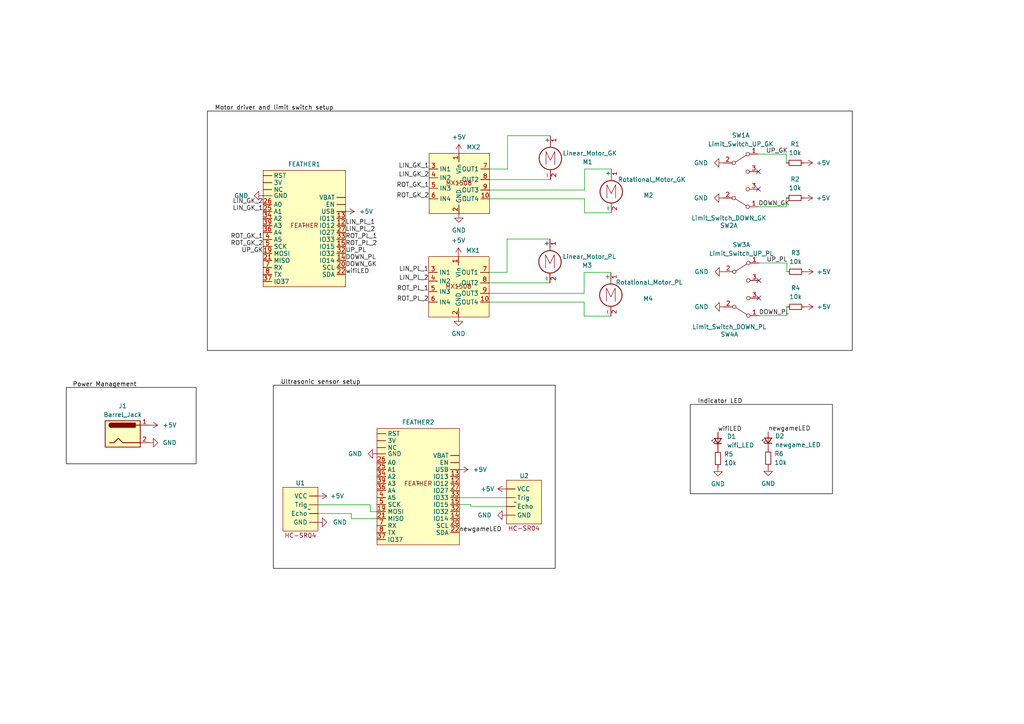
<source format=kicad_sch>
(kicad_sch (version 20230121) (generator eeschema)
  (paper "A4")
  (lib_symbols
    (symbol "Connector:Barrel_Jack" (pin_names (offset 1.016))
      (property "Reference" "J" (at 0 5.334 0))
      (property "Value" "Barrel_Jack" (at 0 -5.08 0))
      (symbol "Barrel_Jack_0_1"
        (rectangle (start -5.08 3.81) (end 5.08 -3.81) (stroke (width 0.254)) (fill (type background)))
        (arc (start -3.302 3.175) (mid -3.9343 2.54) (end -3.302 1.905) (stroke (width 0.254)))
        (arc (start -3.302 3.175) (mid -3.9343 2.54) (end -3.302 1.905) (stroke (width 0.254)) (fill (type outline)))
        (polyline (pts (xy 5.08 2.54) (xy 3.81 2.54)) (stroke (width 0.254)))
        (polyline (pts (xy -3.81 -2.54) (xy -2.54 -2.54) (xy -1.27 -1.27) (xy 0 -2.54) (xy 2.54 -2.54) (xy 5.08 -2.54)) (stroke (width 0.254)))
        (rectangle (start 3.683 3.175) (end -3.302 1.905) (stroke (width 0.254)) (fill (type outline)))
      )
      (symbol "Barrel_Jack_1_1"
        (pin passive line (at 7.62 2.54 180) (length 2.54) (name "~") (number "1"))
        (pin passive line (at 7.62 -2.54 180) (length 2.54) (name "~") (number "2"))
      )
    )
    (symbol "Device:LED_Small" (pin_numbers hide) (pin_names (offset 0.254) hide)
      (property "Reference" "D" (at -1.27 3.175 0))
      (property "Value" "LED_Small" (at -4.445 -2.54 0))
      (symbol "LED_Small_0_1"
        (polyline (pts (xy -0.762 -1.016) (xy -0.762 1.016)) (stroke (width 0.254)))
        (polyline (pts (xy 1.016 0) (xy -0.762 0)))
        (polyline (pts (xy 0.762 -1.016) (xy -0.762 0) (xy 0.762 1.016) (xy 0.762 -1.016)) (stroke (width 0.254)))
        (polyline (pts (xy 0 0.762) (xy -0.508 1.27) (xy -0.254 1.27) (xy -0.508 1.27) (xy -0.508 1.016)))
        (polyline (pts (xy 0.508 1.27) (xy 0 1.778) (xy 0.254 1.778) (xy 0 1.778) (xy 0 1.524)))
      )
      (symbol "LED_Small_1_1"
        (pin passive line (at -2.54 0 0) (length 1.778) (name "K") (number "1"))
        (pin passive line (at 2.54 0 180) (length 1.778) (name "A") (number "2"))
      )
    )
    (symbol "Device:R_Small" (pin_numbers hide) (pin_names (offset 0.254) hide)
      (property "Reference" "R" (at 0.762 0.508 0))
      (property "Value" "R_Small" (at 0.762 -1.016 0))
      (symbol "R_Small_0_1"
        (rectangle (start -0.762 1.778) (end 0.762 -1.778) (stroke (width 0.2032)))
      )
      (symbol "R_Small_1_1"
        (pin passive line (at 0 2.54 270) (length 0.762) (name "~") (number "1"))
        (pin passive line (at 0 -2.54 90) (length 0.762) (name "~") (number "2"))
      )
    )
    (symbol "Motor:Motor_DC" (pin_names (offset 0))
      (property "Reference" "M" (at 2.54 2.54 0))
      (property "Value" "Motor_DC" (at 2.54 -5.08 0))
      (symbol "Motor_DC_0_0"
        (polyline (pts (xy -1.27 -3.302) (xy -1.27 0.508) (xy 0 -2.032) (xy 1.27 0.508) (xy 1.27 -3.302)))
      )
      (symbol "Motor_DC_0_1"
        (circle (center 0 -1.524) (radius 3.2512) (stroke (width 0.254)))
        (polyline (pts (xy 0 -7.62) (xy 0 -7.112)))
        (polyline (pts (xy 0 -4.7752) (xy 0 -5.1816)))
        (polyline (pts (xy 0 1.7272) (xy 0 2.0828)))
        (polyline (pts (xy 0 2.032) (xy 0 2.54)))
      )
      (symbol "Motor_DC_1_1"
        (pin passive line (at 0 5.08 270) (length 2.54) (name "+") (number "1"))
        (pin passive line (at 0 -7.62 90) (length 2.54) (name "-") (number "2"))
      )
    )
    (symbol "Switch:SW_DPDT_x2" (pin_names (offset 0) hide)
      (property "Reference" "SW" (at 0 4.318 0))
      (property "Value" "SW_DPDT_x2" (at 0 -5.08 0))
      (symbol "SW_DPDT_x2_0_0"
        (circle (center -2.032 0) (radius 0.508))
        (circle (center 2.032 -2.54) (radius 0.508))
      )
      (symbol "SW_DPDT_x2_0_1"
        (polyline (pts (xy -1.524 0.254) (xy 1.651 2.286)))
        (circle (center 2.032 2.54) (radius 0.508))
      )
      (symbol "SW_DPDT_x2_1_1"
        (pin passive line (at 5.08 2.54 180) (length 2.54) (name "A") (number "1"))
        (pin passive line (at -5.08 0 0) (length 2.54) (name "B") (number "2"))
        (pin passive line (at 5.08 -2.54 180) (length 2.54) (name "C") (number "3"))
      )
      (symbol "SW_DPDT_x2_2_1"
        (pin passive line (at 5.08 2.54 180) (length 2.54) (name "A") (number "4"))
        (pin passive line (at -5.08 0 0) (length 2.54) (name "B") (number "5"))
        (pin passive line (at 5.08 -2.54 180) (length 2.54) (name "C") (number "6"))
      )
    )
    (symbol "Symbols:Adafruit_Feather"
      (property "Reference" "FEATHER" (at 0 0 0))
      (symbol "Adafruit_Feather_1_1"
        (rectangle (start -11.938 16.002) (end 11.938 -17.78) (fill (type background)))
        (text "FEATHER" (at 0 0 0) (effects (font (size 1.27 1.27))))
        (pin power_in line (at -11.938 12.446 0) (length 2.54) (name "3V") (number ""))
        (pin input line (at 11.938 6.096 180) (length 2.54) (name "EN") (number ""))
        (pin power_out line (at -11.938 8.636 0) (length 2.54) (name "GND") (number ""))
        (pin output line (at -11.938 10.414 0) (length 2.54) (name "NC") (number ""))
        (pin input line (at -11.938 14.478 0) (length 2.54) (name "RST") (number ""))
        (pin input line (at 11.938 4.064 180) (length 2.54) (name "USB") (number ""))
        (pin input line (at 11.938 8.128 180) (length 2.54) (name "VBAT") (number ""))
        (pin input line (at 11.938 0 180) (length 2.54) (name "IO12") (number "12"))
        (pin input line (at 11.938 2.032 180) (length 2.54) (name "IO13") (number "13"))
        (pin input line (at 11.938 -10.16 180) (length 2.54) (name "IO14") (number "14"))
        (pin input line (at 11.938 -6.096 180) (length 2.54) (name "IO15") (number "15"))
        (pin input line (at -11.938 -8.128 0) (length 2.54) (name "MOSI") (number "19"))
        (pin input line (at 11.938 -12.192 180) (length 2.54) (name "SCL") (number "20"))
        (pin input line (at -11.938 -10.16 0) (length 2.54) (name "MISO") (number "21"))
        (pin input line (at 11.938 -14.224 180) (length 2.54) (name "SDA") (number "22"))
        (pin input line (at -11.938 4.064 0) (length 2.54) (name "A1") (number "25"))
        (pin input line (at -11.938 6.096 0) (length 2.54) (name "A0") (number "26"))
        (pin input line (at 11.938 -2.032 180) (length 2.54) (name "IO27") (number "27"))
        (pin input line (at 11.938 -8.128 180) (length 2.54) (name "IO32") (number "32"))
        (pin input line (at 11.938 -4.064 180) (length 2.54) (name "IO33") (number "33"))
        (pin input line (at -11.938 2.032 0) (length 2.54) (name "A2") (number "34"))
        (pin input line (at -11.938 -2.032 0) (length 2.54) (name "A4") (number "36"))
        (pin input line (at -11.938 -16.256 0) (length 2.54) (name "IO37") (number "37"))
        (pin input line (at -11.938 0 0) (length 2.54) (name "A3") (number "39"))
        (pin input line (at -11.938 -4.064 0) (length 2.54) (name "A5") (number "4"))
        (pin input line (at -11.938 -6.096 0) (length 2.54) (name "SCK") (number "5"))
        (pin input line (at -11.938 -12.192 0) (length 2.54) (name "RX") (number "7"))
        (pin input line (at -11.938 -14.224 0) (length 2.54) (name "TX") (number "8"))
      )
    )
    (symbol "Symbols:MX1508"
      (property "Reference" "MX1508" (at 0 0 0))
      (symbol "MX1508_1_1"
        (rectangle (start -8.636 8.636) (end 8.89 -8.89) (fill (type background)))
        (text "MX1508\n\n" (at 0 -1.016 0) (effects (font (size 1.27 1.27))))
        (pin power_in line (at 0 8.636 270) (length 2.54) (name "Vin") (number "1"))
        (pin output line (at 8.89 -4.572 180) (length 2.54) (name "OUT4") (number "10"))
        (pin power_out line (at 0 -8.89 90) (length 2.54) (name "GND") (number "2"))
        (pin input line (at -8.636 4.064 0) (length 2.54) (name "IN1") (number "3"))
        (pin input line (at -8.636 1.524 0) (length 2.54) (name "IN2") (number "4"))
        (pin input line (at -8.636 -1.524 0) (length 2.54) (name "IN3") (number "5"))
        (pin input line (at -8.636 -4.572 0) (length 2.54) (name "IN4") (number "6"))
        (pin output line (at 8.89 4.064 180) (length 2.54) (name "OUT1") (number "7"))
        (pin output line (at 8.89 1.016 180) (length 2.54) (name "OUT2") (number "8"))
        (pin output line (at 8.89 -2.032 180) (length 2.54) (name "OUT3") (number "9"))
      )
    )
    (symbol "Symbols:ultrasonic_sensor"
      (property "Reference" "U" (at 0 7.62 0))
      (symbol "ultrasonic_sensor_1_1"
        (rectangle (start -5.08 6.35) (end 5.08 -6.35) (fill (type background)))
        (text "HC-SR04" (at 0 -7.62 0) (effects (font (size 1.27 1.27))))
        (pin output line (at -5.08 -1.27 0) (length 2.54) (name "Echo") (number ""))
        (pin passive line (at -5.08 -3.81 0) (length 2.54) (name "GND") (number ""))
        (pin input line (at -5.08 1.27 0) (length 2.54) (name "Trig") (number ""))
        (pin power_in line (at -5.08 3.81 0) (length 2.54) (name "VCC") (number ""))
      )
    )
    (symbol "power:+5V" (power) (pin_names (offset 0))
      (property "Value" "+5V" (at 0 3.556 0))
      (symbol "+5V_0_1"
        (polyline (pts (xy -0.762 1.27) (xy 0 2.54)))
        (polyline (pts (xy 0 0) (xy 0 2.54)))
        (polyline (pts (xy 0 2.54) (xy 0.762 1.27)))
      )
      (symbol "+5V_1_1"
        (pin power_in line (at 0 0 90) (length 0) hide (name "+5V") (number "1"))
      )
    )
    (symbol "power:GND" (power) (pin_names (offset 0))
      (property "Value" "GND" (at 0 -3.81 0))
      (symbol "GND_0_1"
        (polyline (pts (xy 0 0) (xy 0 -1.27) (xy 1.27 -1.27) (xy 0 -2.54) (xy -1.27 -1.27) (xy 0 -1.27)))
      )
      (symbol "GND_1_1"
        (pin power_in line (at 0 0 270) (length 0) hide (name "GND") (number "1"))
      )
    )
  )
  (no_connect (at 219.9386 49.784))
  (no_connect (at 220.091 81.3562))
  (no_connect (at 220.091 86.4362))
  (no_connect (at 219.9386 54.864))
  (wire (pts (xy 107.3912 148.3868) (xy 109.347 148.3868)))
  (wire (pts (xy 141.986 52.07) (xy 159.639 52.07)))
  (wire (pts (xy 220.091 76.2762) (xy 228.219 76.2762)))
  (wire (pts (xy 133.223 146.3548) (xy 136.525 146.3548)))
  (wire (pts (xy 228.219 89.0016) (xy 228.219 91.5416)))
  (wire (pts (xy 169.418 87.63) (xy 141.859 87.63)))
  (wire (pts (xy 147.193 39.37) (xy 159.639 39.37)))
  (wire (pts (xy 141.859 85.09) (xy 169.418 85.09)))
  (wire (pts (xy 101.9302 150.4188) (xy 101.9302 148.9456)))
  (wire (pts (xy 141.859 78.994) (xy 147.066 78.994)))
  (wire (pts (xy 146.9136 146.8882) (xy 136.525 146.8882)))
  (wire (pts (xy 136.525 146.8882) (xy 136.525 146.3548)))
  (wire (pts (xy 146.8882 144.3228) (xy 133.223 144.3228)))
  (wire (pts (xy 141.859 82.042) (xy 159.512 82.042)))
  (wire (pts (xy 169.545 61.722) (xy 169.545 57.658)))
  (wire (pts (xy 219.9386 59.9694) (xy 228.0666 59.9694)))
  (wire (pts (xy 147.066 78.994) (xy 147.066 69.342)))
  (wire (pts (xy 92.2274 146.4056) (xy 107.3912 146.4056)))
  (wire (pts (xy 107.3912 146.4056) (xy 107.3912 148.3868)))
  (wire (pts (xy 146.8882 144.3482) (xy 146.9136 144.3482)))
  (wire (pts (xy 109.347 150.4188) (xy 101.9302 150.4188)))
  (wire (pts (xy 177.165 91.694) (xy 169.418 91.694)))
  (wire (pts (xy 169.545 49.022) (xy 177.292 49.022)))
  (wire (pts (xy 228.219 76.2762) (xy 228.219 78.8162)))
  (wire (pts (xy 220.091 91.5416) (xy 228.219 91.5416)))
  (wire (pts (xy 147.066 69.342) (xy 159.512 69.342)))
  (wire (pts (xy 169.418 91.694) (xy 169.418 87.63)))
  (wire (pts (xy 147.193 49.022) (xy 147.193 39.37)))
  (wire (pts (xy 219.9386 44.704) (xy 228.0666 44.704)))
  (wire (pts (xy 169.418 78.994) (xy 177.165 78.994)))
  (wire (pts (xy 169.545 55.118) (xy 169.545 49.022)))
  (wire (pts (xy 141.986 57.658) (xy 169.545 57.658)))
  (wire (pts (xy 101.9302 148.9456) (xy 92.2274 148.9456)))
  (wire (pts (xy 169.418 85.09) (xy 169.418 78.994)))
  (wire (pts (xy 228.0666 44.704) (xy 228.0666 47.244)))
  (wire (pts (xy 141.986 49.022) (xy 147.193 49.022)))
  (wire (pts (xy 177.292 61.722) (xy 169.545 61.722)))
  (wire (pts (xy 141.986 55.118) (xy 169.545 55.118)))
  (wire (pts (xy 146.8882 144.3482) (xy 146.8882 144.3228)))
  (wire (pts (xy 228.0666 57.4294) (xy 228.0666 59.9694)))
  (rectangle (start 60.1472 32.2072) (end 247.1928 101.6508) (stroke (width 0) (color 0 0 0 1)))
  (rectangle (start 19.2278 112.3696) (end 56.896 134.5184) (stroke (width 0) (color 0 0 0 1)))
  (rectangle (start 200.2028 117.2972) (end 241.4524 143.2052) (stroke (width 0) (color 0 0 0 1)))
  (rectangle (start 79.2734 111.7346) (end 161.036 164.846) (stroke (width 0) (color 0 0 0 1)))
  (text "Ultrasonic sensor setup" (at 81.407 111.6584 0) (effects (font (size 1.27 1.27)) (justify left bottom)))
  (text "Power Management" (at 21.0566 112.3442 0) (effects (font (size 1.27 1.27)) (justify left bottom)))
  (text "Indicator LED" (at 202.3364 117.221 0) (effects (font (size 1.27 1.27)) (justify left bottom)))
  (text "Motor driver and limit switch setup" (at 62.2808 32.131 0) (effects (font (size 1.27 1.27)) (justify left bottom)))
  (label "newgameLED" (at 222.8088 125.2728 0))
  (label "DOWN_GK" (at 219.964 59.9694 0))
  (label "DOWN_GK" (at 100.203 77.597 0))
  (label "LIN_PL_1" (at 124.333 78.994 180))
  (label "UP_PL" (at 222.3262 76.2762 0))
  (label "wifiLED" (at 208.2292 125.3744 0))
  (label "DOWN_PL" (at 100.203 75.565 0))
  (label "LIN_GK_2" (at 124.46 51.562 180))
  (label "ROT_PL_1" (at 100.203 69.469 0))
  (label "LIN_GK_1" (at 124.46 49.022 180))
  (label "ROT_PL_1" (at 124.333 84.582 180))
  (label "wifiLED" (at 100.203 79.629 0))
  (label "ROT_GK_1" (at 76.327 69.469 180))
  (label "ROT_GK_1" (at 124.46 54.61 180))
  (label "LIN_PL_2" (at 124.333 81.534 180))
  (label "LIN_GK_2" (at 76.327 59.309 180))
  (label "LIN_PL_2" (at 100.203 67.437 0))
  (label "UP_PL" (at 100.203 73.533 0))
  (label "ROT_PL_2" (at 100.203 71.501 0))
  (label "ROT_GK_2" (at 76.327 71.501 180))
  (label "UP_GK" (at 222.1738 44.704 0))
  (label "UP_GK" (at 76.327 73.533 180))
  (label "LIN_GK_1" (at 76.327 61.341 180))
  (label "LIN_PL_1" (at 100.203 65.405 0))
  (label "ROT_GK_2" (at 124.46 57.658 180))
  (label "DOWN_PL" (at 220.1164 91.5416 0))
  (label "newgameLED" (at 133.223 154.4828 0))
  (label "ROT_PL_2" (at 124.333 87.63 180))
  (symbol (lib_id "Device:R_Small") (at 230.759 78.8162 90) (unit 1)
    (property "Reference" "R3" (at 230.759 73.3552 90))
    (property "Value" "10k" (at 230.759 75.8952 90))
  )
  (symbol (lib_id "Symbols:Adafruit_Feather") (at 121.285 140.2588 0) (unit 1)
    (property "Reference" "FEATHER2" (at 121.285 122.4788 0))
    (property "Value" "~" (at 121.285 140.2588 0))
  )
  (symbol (lib_id "Switch:SW_DPDT_x2") (at 214.8586 47.244 0) (unit 1)
    (property "Reference" "SW1" (at 214.8586 39.243 0))
    (property "Value" "Limit_Switch_UP_GK" (at 214.8586 41.783 0))
  )
  (symbol (lib_id "power:GND") (at 109.347 131.6228 270) (unit 1)
    (property "Reference" "#PWR017" (effects hide))
    (property "Value" "GND" (at 105.029 131.6228 90) (effects (justify right)))
  )
  (symbol (lib_id "Device:R_Small") (at 208.2292 132.9944 180) (unit 1)
    (property "Reference" "R5" (at 210.0072 131.7244 0) (effects (justify right)))
    (property "Value" "10k" (at 210.0072 134.2644 0) (effects (justify right)))
  )
  (symbol (lib_id "power:GND") (at 132.969 91.948 0) (unit 1)
    (property "Reference" "#PWR08" (effects hide))
    (property "Value" "GND" (at 132.969 96.774 0))
  )
  (symbol (lib_id "Motor:Motor_DC") (at 177.292 54.102 0) (unit 1)
    (property "Reference" "M2" (at 188.087 56.642 0))
    (property "Value" "Rotational_Motor_GK" (at 189.0522 52.07 0))
  )
  (symbol (lib_id "power:GND") (at 209.7786 57.4294 270) (unit 1)
    (property "Reference" "#PWR011" (effects hide))
    (property "Value" "GND" (at 205.359 57.4294 90) (effects (justify right)))
  )
  (symbol (lib_id "Motor:Motor_DC") (at 159.512 74.422 0) (unit 1)
    (property "Reference" "M3" (at 170.307 76.962 0))
    (property "Value" "Linear_Motor_PL" (at 170.942 74.422 0))
  )
  (symbol (lib_id "power:GND") (at 76.327 56.769 270) (unit 1)
    (property "Reference" "#PWR06" (effects hide))
    (property "Value" "GND" (at 72.009 56.769 90) (effects (justify right)))
  )
  (symbol (lib_id "Device:LED_Small") (at 222.8088 127.8128 90) (unit 1)
    (property "Reference" "D2" (at 224.79 126.4793 90) (effects (justify right)))
    (property "Value" "newgame_LED" (at 224.79 129.0193 90) (effects (justify right)))
  )
  (symbol (lib_id "power:+5V") (at 133.223 136.1948 270) (unit 1)
    (property "Reference" "#PWR018" (effects hide))
    (property "Value" "+5V" (at 137.16 136.1948 90) (effects (justify left)))
  )
  (symbol (lib_id "power:+5V") (at 100.203 61.341 270) (unit 1)
    (property "Reference" "#PWR04" (effects hide))
    (property "Value" "+5V" (at 104.14 61.341 90) (effects (justify left)))
  )
  (symbol (lib_id "Device:LED_Small") (at 208.2292 127.9144 90) (unit 1)
    (property "Reference" "D1" (at 210.82 126.5809 90) (effects (justify right)))
    (property "Value" "wifi_LED" (at 210.82 129.1209 90) (effects (justify right)))
  )
  (symbol (lib_id "power:GND") (at 133.096 61.976 0) (unit 1)
    (property "Reference" "#PWR07" (effects hide))
    (property "Value" "GND" (at 133.096 66.802 0))
  )
  (symbol (lib_id "Device:R_Small") (at 230.6066 47.244 90) (unit 1)
    (property "Reference" "R1" (at 230.6066 41.783 90))
    (property "Value" "10k" (at 230.6066 44.323 90))
  )
  (symbol (lib_id "Switch:SW_DPDT_x2") (at 215.011 78.8162 0) (unit 1)
    (property "Reference" "SW3" (at 215.011 70.993 0))
    (property "Value" "Limit_Switch_UP_PL" (at 215.011 73.533 0))
  )
  (symbol (lib_id "power:GND") (at 209.931 89.0016 270) (unit 1)
    (property "Reference" "#PWR014" (effects hide))
    (property "Value" "GND" (at 205.5114 89.0016 90) (effects (justify right)))
  )
  (symbol (lib_id "Switch:SW_DPDT_x2") (at 215.011 89.0016 0) (mirror x) (unit 1)
    (property "Reference" "SW4" (at 211.5566 96.9772 0))
    (property "Value" "Limit_Switch_DOWN_PL" (at 211.5566 94.8182 0))
  )
  (symbol (lib_id "Symbols:ultrasonic_sensor") (at 87.1474 147.6756 0) (mirror y) (unit 1)
    (property "Reference" "U1" (at 88.4936 140.081 0) (effects (justify left)))
    (property "Value" "~" (at 89.6874 147.6756 0))
  )
  (symbol (lib_id "Symbols:ultrasonic_sensor") (at 151.9936 145.6182 0) (unit 1)
    (property "Reference" "U2" (at 150.6474 138.0236 0) (effects (justify left)))
    (property "Value" "~" (at 149.4536 145.6182 0))
  )
  (symbol (lib_id "Switch:SW_DPDT_x2") (at 214.8586 57.4294 0) (mirror x) (unit 1)
    (property "Reference" "SW2" (at 211.4042 65.405 0))
    (property "Value" "Limit_Switch_DOWN_GK" (at 211.4042 63.246 0))
  )
  (symbol (lib_id "Device:R_Small") (at 230.6066 57.4294 90) (unit 1)
    (property "Reference" "R2" (at 230.6066 51.9684 90))
    (property "Value" "10k" (at 230.6066 54.5084 90))
  )
  (symbol (lib_id "power:GND") (at 209.931 78.8162 270) (unit 1)
    (property "Reference" "#PWR013" (effects hide))
    (property "Value" "GND" (at 205.5114 78.8162 90) (effects (justify right)))
  )
  (symbol (lib_id "power:+5V") (at 132.969 74.422 0) (unit 1)
    (property "Reference" "#PWR05" (effects hide))
    (property "Value" "+5V" (at 132.969 69.723 0))
  )
  (symbol (lib_id "Motor:Motor_DC") (at 177.165 84.074 0) (unit 1)
    (property "Reference" "M4" (at 187.96 86.614 0))
    (property "Value" "Rotational_Motor_PL" (at 188.3156 81.8896 0))
  )
  (symbol (lib_id "power:GND") (at 209.7786 47.244 270) (unit 1)
    (property "Reference" "#PWR010" (effects hide))
    (property "Value" "GND" (at 205.359 47.244 90) (effects (justify right)))
  )
  (symbol (lib_id "power:+5V") (at 43.2054 123.317 270) (unit 1)
    (property "Reference" "#PWR01" (effects hide))
    (property "Value" "+5V" (at 47.1424 123.317 90) (effects (justify left)))
  )
  (symbol (lib_id "Motor:Motor_DC") (at 159.639 44.45 0) (unit 1)
    (property "Reference" "M1" (at 170.434 46.99 0))
    (property "Value" "Linear_Motor_GK" (at 171.069 44.45 0))
  )
  (symbol (lib_id "power:GND") (at 208.2292 135.5344 0) (unit 1)
    (property "Reference" "#PWR023" (effects hide))
    (property "Value" "GND" (at 208.2292 140.3604 0))
  )
  (symbol (lib_id "power:GND") (at 146.9136 149.4282 270) (unit 1)
    (property "Reference" "#PWR022" (effects hide))
    (property "Value" "GND" (at 142.5956 149.4282 90) (effects (justify right)))
  )
  (symbol (lib_id "power:+5V") (at 92.2274 143.8656 270) (mirror x) (unit 1)
    (property "Reference" "#PWR019" (effects hide))
    (property "Value" "+5V" (at 95.7326 143.8656 90) (effects (justify left)))
  )
  (symbol (lib_id "power:+5V") (at 233.1466 47.244 270) (unit 1)
    (property "Reference" "#PWR09" (effects hide))
    (property "Value" "+5V" (at 236.7026 47.244 90) (effects (justify left)))
  )
  (symbol (lib_id "power:+5V") (at 146.9136 141.8082 90) (unit 1)
    (property "Reference" "#PWR021" (effects hide))
    (property "Value" "+5V" (at 143.4084 141.8082 90) (effects (justify left)))
  )
  (symbol (lib_id "power:+5V") (at 233.299 78.8162 270) (unit 1)
    (property "Reference" "#PWR015" (effects hide))
    (property "Value" "+5V" (at 236.855 78.8162 90) (effects (justify left)))
  )
  (symbol (lib_id "power:GND") (at 222.8088 135.4328 0) (unit 1)
    (property "Reference" "#PWR024" (effects hide))
    (property "Value" "GND" (at 222.8088 140.2588 0))
  )
  (symbol (lib_id "Device:R_Small") (at 222.8088 132.8928 180) (unit 1)
    (property "Reference" "R6" (at 224.5868 131.6228 0) (effects (justify right)))
    (property "Value" "10k" (at 224.5868 134.1628 0) (effects (justify right)))
  )
  (symbol (lib_id "power:GND") (at 92.2274 151.4856 90) (mirror x) (unit 1)
    (property "Reference" "#PWR020" (effects hide))
    (property "Value" "GND" (at 96.5454 151.4856 90) (effects (justify right)))
  )
  (symbol (lib_id "Symbols:MX1508") (at 132.969 83.058 0) (unit 1)
    (property "Reference" "MX1" (at 135.1631 72.644 0) (effects (justify left)))
    (property "Value" "~" (at 132.969 83.058 0))
  )
  (symbol (lib_id "power:+5V") (at 133.096 44.45 0) (unit 1)
    (property "Reference" "#PWR03" (effects hide))
    (property "Value" "+5V" (at 133.096 39.751 0))
  )
  (symbol (lib_id "power:GND") (at 43.2054 128.397 90) (unit 1)
    (property "Reference" "#PWR02" (effects hide))
    (property "Value" "GND" (at 47.1424 128.397 90) (effects (justify right)))
  )
  (symbol (lib_id "power:+5V") (at 233.1466 57.4294 270) (unit 1)
    (property "Reference" "#PWR012" (effects hide))
    (property "Value" "+5V" (at 236.7026 57.4294 90) (effects (justify left)))
  )
  (symbol (lib_id "Connector:Barrel_Jack") (at 35.5854 125.857 0) (unit 1)
    (property "Reference" "J1" (at 35.5854 117.729 0))
    (property "Value" "Barrel_Jack" (at 35.5854 120.269 0))
  )
  (symbol (lib_id "power:+5V") (at 233.299 89.0016 270) (unit 1)
    (property "Reference" "#PWR016" (effects hide))
    (property "Value" "+5V" (at 236.855 89.0016 90) (effects (justify left)))
  )
  (symbol (lib_id "Symbols:Adafruit_Feather") (at 88.265 65.405 0) (unit 1)
    (property "Reference" "FEATHER1" (at 88.265 47.625 0))
    (property "Value" "~" (at 88.265 65.405 0))
  )
  (symbol (lib_id "Symbols:MX1508") (at 133.096 53.086 0) (unit 1)
    (property "Reference" "MX2" (at 135.2901 42.672 0) (effects (justify left)))
    (property "Value" "~" (at 133.096 53.086 0))
  )
  (symbol (lib_id "Device:R_Small") (at 230.759 89.0016 90) (unit 1)
    (property "Reference" "R4" (at 230.759 83.5406 90))
    (property "Value" "10k" (at 230.759 86.0806 90))
  )
)
</source>
